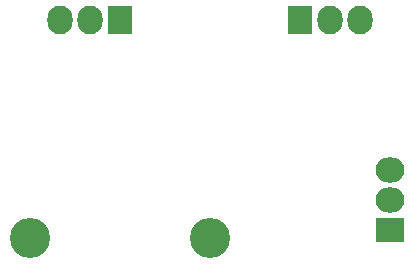
<source format=gbr>
G04 #@! TF.FileFunction,Soldermask,Bot*
%FSLAX46Y46*%
G04 Gerber Fmt 4.6, Leading zero omitted, Abs format (unit mm)*
G04 Created by KiCad (PCBNEW 0.201602201416+6573~42~ubuntu14.04.1-product) date mer. 24 févr. 2016 22:26:07 CET*
%MOMM*%
G01*
G04 APERTURE LIST*
%ADD10C,0.100000*%
%ADD11R,2.432000X2.127200*%
%ADD12O,2.432000X2.127200*%
%ADD13R,2.127200X2.432000*%
%ADD14O,2.127200X2.432000*%
%ADD15C,3.400000*%
G04 APERTURE END LIST*
D10*
D11*
X190500000Y-96520000D03*
D12*
X190500000Y-93980000D03*
X190500000Y-91440000D03*
D13*
X167640000Y-78740000D03*
D14*
X165100000Y-78740000D03*
X162560000Y-78740000D03*
D13*
X182880000Y-78740000D03*
D14*
X185420000Y-78740000D03*
X187960000Y-78740000D03*
D15*
X160020000Y-97155000D03*
X175260000Y-97155000D03*
M02*

</source>
